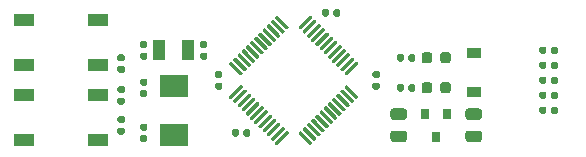
<source format=gbr>
%TF.GenerationSoftware,KiCad,Pcbnew,5.1.6+dfsg1-1*%
%TF.CreationDate,2020-08-25T14:06:05+08:00*%
%TF.ProjectId,gp,67702e6b-6963-4616-945f-706362585858,b*%
%TF.SameCoordinates,Original*%
%TF.FileFunction,Paste,Top*%
%TF.FilePolarity,Positive*%
%FSLAX46Y46*%
G04 Gerber Fmt 4.6, Leading zero omitted, Abs format (unit mm)*
G04 Created by KiCad (PCBNEW 5.1.6+dfsg1-1) date 2020-08-25 14:06:05*
%MOMM*%
%LPD*%
G01*
G04 APERTURE LIST*
%ADD10R,1.700000X1.000000*%
%ADD11R,0.800000X0.900000*%
%ADD12R,1.000000X1.800000*%
%ADD13R,2.400000X1.900000*%
%ADD14R,1.200000X0.900000*%
G04 APERTURE END LIST*
%TO.C,R9*%
G36*
G01*
X164292500Y-100370000D02*
X164637500Y-100370000D01*
G75*
G02*
X164785000Y-100517500I0J-147500D01*
G01*
X164785000Y-100812500D01*
G75*
G02*
X164637500Y-100960000I-147500J0D01*
G01*
X164292500Y-100960000D01*
G75*
G02*
X164145000Y-100812500I0J147500D01*
G01*
X164145000Y-100517500D01*
G75*
G02*
X164292500Y-100370000I147500J0D01*
G01*
G37*
G36*
G01*
X164292500Y-99400000D02*
X164637500Y-99400000D01*
G75*
G02*
X164785000Y-99547500I0J-147500D01*
G01*
X164785000Y-99842500D01*
G75*
G02*
X164637500Y-99990000I-147500J0D01*
G01*
X164292500Y-99990000D01*
G75*
G02*
X164145000Y-99842500I0J147500D01*
G01*
X164145000Y-99547500D01*
G75*
G02*
X164292500Y-99400000I147500J0D01*
G01*
G37*
%TD*%
%TO.C,R8*%
G36*
G01*
X188405000Y-99522500D02*
X188405000Y-99867500D01*
G75*
G02*
X188257500Y-100015000I-147500J0D01*
G01*
X187962500Y-100015000D01*
G75*
G02*
X187815000Y-99867500I0J147500D01*
G01*
X187815000Y-99522500D01*
G75*
G02*
X187962500Y-99375000I147500J0D01*
G01*
X188257500Y-99375000D01*
G75*
G02*
X188405000Y-99522500I0J-147500D01*
G01*
G37*
G36*
G01*
X189375000Y-99522500D02*
X189375000Y-99867500D01*
G75*
G02*
X189227500Y-100015000I-147500J0D01*
G01*
X188932500Y-100015000D01*
G75*
G02*
X188785000Y-99867500I0J147500D01*
G01*
X188785000Y-99522500D01*
G75*
G02*
X188932500Y-99375000I147500J0D01*
G01*
X189227500Y-99375000D01*
G75*
G02*
X189375000Y-99522500I0J-147500D01*
G01*
G37*
%TD*%
%TO.C,R3*%
G36*
G01*
X200850000Y-103042500D02*
X200850000Y-102697500D01*
G75*
G02*
X200997500Y-102550000I147500J0D01*
G01*
X201292500Y-102550000D01*
G75*
G02*
X201440000Y-102697500I0J-147500D01*
G01*
X201440000Y-103042500D01*
G75*
G02*
X201292500Y-103190000I-147500J0D01*
G01*
X200997500Y-103190000D01*
G75*
G02*
X200850000Y-103042500I0J147500D01*
G01*
G37*
G36*
G01*
X199880000Y-103042500D02*
X199880000Y-102697500D01*
G75*
G02*
X200027500Y-102550000I147500J0D01*
G01*
X200322500Y-102550000D01*
G75*
G02*
X200470000Y-102697500I0J-147500D01*
G01*
X200470000Y-103042500D01*
G75*
G02*
X200322500Y-103190000I-147500J0D01*
G01*
X200027500Y-103190000D01*
G75*
G02*
X199880000Y-103042500I0J147500D01*
G01*
G37*
%TD*%
%TO.C,R2*%
G36*
G01*
X200850000Y-101772500D02*
X200850000Y-101427500D01*
G75*
G02*
X200997500Y-101280000I147500J0D01*
G01*
X201292500Y-101280000D01*
G75*
G02*
X201440000Y-101427500I0J-147500D01*
G01*
X201440000Y-101772500D01*
G75*
G02*
X201292500Y-101920000I-147500J0D01*
G01*
X200997500Y-101920000D01*
G75*
G02*
X200850000Y-101772500I0J147500D01*
G01*
G37*
G36*
G01*
X199880000Y-101772500D02*
X199880000Y-101427500D01*
G75*
G02*
X200027500Y-101280000I147500J0D01*
G01*
X200322500Y-101280000D01*
G75*
G02*
X200470000Y-101427500I0J-147500D01*
G01*
X200470000Y-101772500D01*
G75*
G02*
X200322500Y-101920000I-147500J0D01*
G01*
X200027500Y-101920000D01*
G75*
G02*
X199880000Y-101772500I0J147500D01*
G01*
G37*
%TD*%
%TO.C,R1*%
G36*
G01*
X200850000Y-100502500D02*
X200850000Y-100157500D01*
G75*
G02*
X200997500Y-100010000I147500J0D01*
G01*
X201292500Y-100010000D01*
G75*
G02*
X201440000Y-100157500I0J-147500D01*
G01*
X201440000Y-100502500D01*
G75*
G02*
X201292500Y-100650000I-147500J0D01*
G01*
X200997500Y-100650000D01*
G75*
G02*
X200850000Y-100502500I0J147500D01*
G01*
G37*
G36*
G01*
X199880000Y-100502500D02*
X199880000Y-100157500D01*
G75*
G02*
X200027500Y-100010000I147500J0D01*
G01*
X200322500Y-100010000D01*
G75*
G02*
X200470000Y-100157500I0J-147500D01*
G01*
X200470000Y-100502500D01*
G75*
G02*
X200322500Y-100650000I-147500J0D01*
G01*
X200027500Y-100650000D01*
G75*
G02*
X199880000Y-100502500I0J147500D01*
G01*
G37*
%TD*%
D10*
%TO.C,SW1*%
X156235000Y-102875000D03*
X162535000Y-102875000D03*
X156235000Y-106675000D03*
X162535000Y-106675000D03*
%TD*%
%TO.C,SW2*%
X156235000Y-96525000D03*
X162535000Y-96525000D03*
X156235000Y-100325000D03*
X162535000Y-100325000D03*
%TD*%
D11*
%TO.C,U1*%
X191135000Y-106410000D03*
X190185000Y-104410000D03*
X192085000Y-104410000D03*
%TD*%
%TO.C,R5*%
G36*
G01*
X200850000Y-99232500D02*
X200850000Y-98887500D01*
G75*
G02*
X200997500Y-98740000I147500J0D01*
G01*
X201292500Y-98740000D01*
G75*
G02*
X201440000Y-98887500I0J-147500D01*
G01*
X201440000Y-99232500D01*
G75*
G02*
X201292500Y-99380000I-147500J0D01*
G01*
X200997500Y-99380000D01*
G75*
G02*
X200850000Y-99232500I0J147500D01*
G01*
G37*
G36*
G01*
X199880000Y-99232500D02*
X199880000Y-98887500D01*
G75*
G02*
X200027500Y-98740000I147500J0D01*
G01*
X200322500Y-98740000D01*
G75*
G02*
X200470000Y-98887500I0J-147500D01*
G01*
X200470000Y-99232500D01*
G75*
G02*
X200322500Y-99380000I-147500J0D01*
G01*
X200027500Y-99380000D01*
G75*
G02*
X199880000Y-99232500I0J147500D01*
G01*
G37*
%TD*%
%TO.C,U2*%
G36*
G01*
X174544516Y-101175736D02*
X173607600Y-100238820D01*
G75*
G02*
X173607600Y-100132754I53033J53033D01*
G01*
X173713666Y-100026688D01*
G75*
G02*
X173819732Y-100026688I53033J-53033D01*
G01*
X174756648Y-100963604D01*
G75*
G02*
X174756648Y-101069670I-53033J-53033D01*
G01*
X174650582Y-101175736D01*
G75*
G02*
X174544516Y-101175736I-53033J53033D01*
G01*
G37*
G36*
G01*
X174898070Y-100822182D02*
X173961154Y-99885266D01*
G75*
G02*
X173961154Y-99779200I53033J53033D01*
G01*
X174067220Y-99673134D01*
G75*
G02*
X174173286Y-99673134I53033J-53033D01*
G01*
X175110202Y-100610050D01*
G75*
G02*
X175110202Y-100716116I-53033J-53033D01*
G01*
X175004136Y-100822182D01*
G75*
G02*
X174898070Y-100822182I-53033J53033D01*
G01*
G37*
G36*
G01*
X175251623Y-100468629D02*
X174314707Y-99531713D01*
G75*
G02*
X174314707Y-99425647I53033J53033D01*
G01*
X174420773Y-99319581D01*
G75*
G02*
X174526839Y-99319581I53033J-53033D01*
G01*
X175463755Y-100256497D01*
G75*
G02*
X175463755Y-100362563I-53033J-53033D01*
G01*
X175357689Y-100468629D01*
G75*
G02*
X175251623Y-100468629I-53033J53033D01*
G01*
G37*
G36*
G01*
X175605177Y-100115075D02*
X174668261Y-99178159D01*
G75*
G02*
X174668261Y-99072093I53033J53033D01*
G01*
X174774327Y-98966027D01*
G75*
G02*
X174880393Y-98966027I53033J-53033D01*
G01*
X175817309Y-99902943D01*
G75*
G02*
X175817309Y-100009009I-53033J-53033D01*
G01*
X175711243Y-100115075D01*
G75*
G02*
X175605177Y-100115075I-53033J53033D01*
G01*
G37*
G36*
G01*
X175958730Y-99761522D02*
X175021814Y-98824606D01*
G75*
G02*
X175021814Y-98718540I53033J53033D01*
G01*
X175127880Y-98612474D01*
G75*
G02*
X175233946Y-98612474I53033J-53033D01*
G01*
X176170862Y-99549390D01*
G75*
G02*
X176170862Y-99655456I-53033J-53033D01*
G01*
X176064796Y-99761522D01*
G75*
G02*
X175958730Y-99761522I-53033J53033D01*
G01*
G37*
G36*
G01*
X176312283Y-99407969D02*
X175375367Y-98471053D01*
G75*
G02*
X175375367Y-98364987I53033J53033D01*
G01*
X175481433Y-98258921D01*
G75*
G02*
X175587499Y-98258921I53033J-53033D01*
G01*
X176524415Y-99195837D01*
G75*
G02*
X176524415Y-99301903I-53033J-53033D01*
G01*
X176418349Y-99407969D01*
G75*
G02*
X176312283Y-99407969I-53033J53033D01*
G01*
G37*
G36*
G01*
X176665837Y-99054415D02*
X175728921Y-98117499D01*
G75*
G02*
X175728921Y-98011433I53033J53033D01*
G01*
X175834987Y-97905367D01*
G75*
G02*
X175941053Y-97905367I53033J-53033D01*
G01*
X176877969Y-98842283D01*
G75*
G02*
X176877969Y-98948349I-53033J-53033D01*
G01*
X176771903Y-99054415D01*
G75*
G02*
X176665837Y-99054415I-53033J53033D01*
G01*
G37*
G36*
G01*
X177019390Y-98700862D02*
X176082474Y-97763946D01*
G75*
G02*
X176082474Y-97657880I53033J53033D01*
G01*
X176188540Y-97551814D01*
G75*
G02*
X176294606Y-97551814I53033J-53033D01*
G01*
X177231522Y-98488730D01*
G75*
G02*
X177231522Y-98594796I-53033J-53033D01*
G01*
X177125456Y-98700862D01*
G75*
G02*
X177019390Y-98700862I-53033J53033D01*
G01*
G37*
G36*
G01*
X177372943Y-98347309D02*
X176436027Y-97410393D01*
G75*
G02*
X176436027Y-97304327I53033J53033D01*
G01*
X176542093Y-97198261D01*
G75*
G02*
X176648159Y-97198261I53033J-53033D01*
G01*
X177585075Y-98135177D01*
G75*
G02*
X177585075Y-98241243I-53033J-53033D01*
G01*
X177479009Y-98347309D01*
G75*
G02*
X177372943Y-98347309I-53033J53033D01*
G01*
G37*
G36*
G01*
X177726497Y-97993755D02*
X176789581Y-97056839D01*
G75*
G02*
X176789581Y-96950773I53033J53033D01*
G01*
X176895647Y-96844707D01*
G75*
G02*
X177001713Y-96844707I53033J-53033D01*
G01*
X177938629Y-97781623D01*
G75*
G02*
X177938629Y-97887689I-53033J-53033D01*
G01*
X177832563Y-97993755D01*
G75*
G02*
X177726497Y-97993755I-53033J53033D01*
G01*
G37*
G36*
G01*
X178080050Y-97640202D02*
X177143134Y-96703286D01*
G75*
G02*
X177143134Y-96597220I53033J53033D01*
G01*
X177249200Y-96491154D01*
G75*
G02*
X177355266Y-96491154I53033J-53033D01*
G01*
X178292182Y-97428070D01*
G75*
G02*
X178292182Y-97534136I-53033J-53033D01*
G01*
X178186116Y-97640202D01*
G75*
G02*
X178080050Y-97640202I-53033J53033D01*
G01*
G37*
G36*
G01*
X178433604Y-97286648D02*
X177496688Y-96349732D01*
G75*
G02*
X177496688Y-96243666I53033J53033D01*
G01*
X177602754Y-96137600D01*
G75*
G02*
X177708820Y-96137600I53033J-53033D01*
G01*
X178645736Y-97074516D01*
G75*
G02*
X178645736Y-97180582I-53033J-53033D01*
G01*
X178539670Y-97286648D01*
G75*
G02*
X178433604Y-97286648I-53033J53033D01*
G01*
G37*
G36*
G01*
X179600330Y-97286648D02*
X179494264Y-97180582D01*
G75*
G02*
X179494264Y-97074516I53033J53033D01*
G01*
X180431180Y-96137600D01*
G75*
G02*
X180537246Y-96137600I53033J-53033D01*
G01*
X180643312Y-96243666D01*
G75*
G02*
X180643312Y-96349732I-53033J-53033D01*
G01*
X179706396Y-97286648D01*
G75*
G02*
X179600330Y-97286648I-53033J53033D01*
G01*
G37*
G36*
G01*
X179953884Y-97640202D02*
X179847818Y-97534136D01*
G75*
G02*
X179847818Y-97428070I53033J53033D01*
G01*
X180784734Y-96491154D01*
G75*
G02*
X180890800Y-96491154I53033J-53033D01*
G01*
X180996866Y-96597220D01*
G75*
G02*
X180996866Y-96703286I-53033J-53033D01*
G01*
X180059950Y-97640202D01*
G75*
G02*
X179953884Y-97640202I-53033J53033D01*
G01*
G37*
G36*
G01*
X180307437Y-97993755D02*
X180201371Y-97887689D01*
G75*
G02*
X180201371Y-97781623I53033J53033D01*
G01*
X181138287Y-96844707D01*
G75*
G02*
X181244353Y-96844707I53033J-53033D01*
G01*
X181350419Y-96950773D01*
G75*
G02*
X181350419Y-97056839I-53033J-53033D01*
G01*
X180413503Y-97993755D01*
G75*
G02*
X180307437Y-97993755I-53033J53033D01*
G01*
G37*
G36*
G01*
X180660991Y-98347309D02*
X180554925Y-98241243D01*
G75*
G02*
X180554925Y-98135177I53033J53033D01*
G01*
X181491841Y-97198261D01*
G75*
G02*
X181597907Y-97198261I53033J-53033D01*
G01*
X181703973Y-97304327D01*
G75*
G02*
X181703973Y-97410393I-53033J-53033D01*
G01*
X180767057Y-98347309D01*
G75*
G02*
X180660991Y-98347309I-53033J53033D01*
G01*
G37*
G36*
G01*
X181014544Y-98700862D02*
X180908478Y-98594796D01*
G75*
G02*
X180908478Y-98488730I53033J53033D01*
G01*
X181845394Y-97551814D01*
G75*
G02*
X181951460Y-97551814I53033J-53033D01*
G01*
X182057526Y-97657880D01*
G75*
G02*
X182057526Y-97763946I-53033J-53033D01*
G01*
X181120610Y-98700862D01*
G75*
G02*
X181014544Y-98700862I-53033J53033D01*
G01*
G37*
G36*
G01*
X181368097Y-99054415D02*
X181262031Y-98948349D01*
G75*
G02*
X181262031Y-98842283I53033J53033D01*
G01*
X182198947Y-97905367D01*
G75*
G02*
X182305013Y-97905367I53033J-53033D01*
G01*
X182411079Y-98011433D01*
G75*
G02*
X182411079Y-98117499I-53033J-53033D01*
G01*
X181474163Y-99054415D01*
G75*
G02*
X181368097Y-99054415I-53033J53033D01*
G01*
G37*
G36*
G01*
X181721651Y-99407969D02*
X181615585Y-99301903D01*
G75*
G02*
X181615585Y-99195837I53033J53033D01*
G01*
X182552501Y-98258921D01*
G75*
G02*
X182658567Y-98258921I53033J-53033D01*
G01*
X182764633Y-98364987D01*
G75*
G02*
X182764633Y-98471053I-53033J-53033D01*
G01*
X181827717Y-99407969D01*
G75*
G02*
X181721651Y-99407969I-53033J53033D01*
G01*
G37*
G36*
G01*
X182075204Y-99761522D02*
X181969138Y-99655456D01*
G75*
G02*
X181969138Y-99549390I53033J53033D01*
G01*
X182906054Y-98612474D01*
G75*
G02*
X183012120Y-98612474I53033J-53033D01*
G01*
X183118186Y-98718540D01*
G75*
G02*
X183118186Y-98824606I-53033J-53033D01*
G01*
X182181270Y-99761522D01*
G75*
G02*
X182075204Y-99761522I-53033J53033D01*
G01*
G37*
G36*
G01*
X182428757Y-100115075D02*
X182322691Y-100009009D01*
G75*
G02*
X182322691Y-99902943I53033J53033D01*
G01*
X183259607Y-98966027D01*
G75*
G02*
X183365673Y-98966027I53033J-53033D01*
G01*
X183471739Y-99072093D01*
G75*
G02*
X183471739Y-99178159I-53033J-53033D01*
G01*
X182534823Y-100115075D01*
G75*
G02*
X182428757Y-100115075I-53033J53033D01*
G01*
G37*
G36*
G01*
X182782311Y-100468629D02*
X182676245Y-100362563D01*
G75*
G02*
X182676245Y-100256497I53033J53033D01*
G01*
X183613161Y-99319581D01*
G75*
G02*
X183719227Y-99319581I53033J-53033D01*
G01*
X183825293Y-99425647D01*
G75*
G02*
X183825293Y-99531713I-53033J-53033D01*
G01*
X182888377Y-100468629D01*
G75*
G02*
X182782311Y-100468629I-53033J53033D01*
G01*
G37*
G36*
G01*
X183135864Y-100822182D02*
X183029798Y-100716116D01*
G75*
G02*
X183029798Y-100610050I53033J53033D01*
G01*
X183966714Y-99673134D01*
G75*
G02*
X184072780Y-99673134I53033J-53033D01*
G01*
X184178846Y-99779200D01*
G75*
G02*
X184178846Y-99885266I-53033J-53033D01*
G01*
X183241930Y-100822182D01*
G75*
G02*
X183135864Y-100822182I-53033J53033D01*
G01*
G37*
G36*
G01*
X183489418Y-101175736D02*
X183383352Y-101069670D01*
G75*
G02*
X183383352Y-100963604I53033J53033D01*
G01*
X184320268Y-100026688D01*
G75*
G02*
X184426334Y-100026688I53033J-53033D01*
G01*
X184532400Y-100132754D01*
G75*
G02*
X184532400Y-100238820I-53033J-53033D01*
G01*
X183595484Y-101175736D01*
G75*
G02*
X183489418Y-101175736I-53033J53033D01*
G01*
G37*
G36*
G01*
X184320268Y-103173312D02*
X183383352Y-102236396D01*
G75*
G02*
X183383352Y-102130330I53033J53033D01*
G01*
X183489418Y-102024264D01*
G75*
G02*
X183595484Y-102024264I53033J-53033D01*
G01*
X184532400Y-102961180D01*
G75*
G02*
X184532400Y-103067246I-53033J-53033D01*
G01*
X184426334Y-103173312D01*
G75*
G02*
X184320268Y-103173312I-53033J53033D01*
G01*
G37*
G36*
G01*
X183966714Y-103526866D02*
X183029798Y-102589950D01*
G75*
G02*
X183029798Y-102483884I53033J53033D01*
G01*
X183135864Y-102377818D01*
G75*
G02*
X183241930Y-102377818I53033J-53033D01*
G01*
X184178846Y-103314734D01*
G75*
G02*
X184178846Y-103420800I-53033J-53033D01*
G01*
X184072780Y-103526866D01*
G75*
G02*
X183966714Y-103526866I-53033J53033D01*
G01*
G37*
G36*
G01*
X183613161Y-103880419D02*
X182676245Y-102943503D01*
G75*
G02*
X182676245Y-102837437I53033J53033D01*
G01*
X182782311Y-102731371D01*
G75*
G02*
X182888377Y-102731371I53033J-53033D01*
G01*
X183825293Y-103668287D01*
G75*
G02*
X183825293Y-103774353I-53033J-53033D01*
G01*
X183719227Y-103880419D01*
G75*
G02*
X183613161Y-103880419I-53033J53033D01*
G01*
G37*
G36*
G01*
X183259607Y-104233973D02*
X182322691Y-103297057D01*
G75*
G02*
X182322691Y-103190991I53033J53033D01*
G01*
X182428757Y-103084925D01*
G75*
G02*
X182534823Y-103084925I53033J-53033D01*
G01*
X183471739Y-104021841D01*
G75*
G02*
X183471739Y-104127907I-53033J-53033D01*
G01*
X183365673Y-104233973D01*
G75*
G02*
X183259607Y-104233973I-53033J53033D01*
G01*
G37*
G36*
G01*
X182906054Y-104587526D02*
X181969138Y-103650610D01*
G75*
G02*
X181969138Y-103544544I53033J53033D01*
G01*
X182075204Y-103438478D01*
G75*
G02*
X182181270Y-103438478I53033J-53033D01*
G01*
X183118186Y-104375394D01*
G75*
G02*
X183118186Y-104481460I-53033J-53033D01*
G01*
X183012120Y-104587526D01*
G75*
G02*
X182906054Y-104587526I-53033J53033D01*
G01*
G37*
G36*
G01*
X182552501Y-104941079D02*
X181615585Y-104004163D01*
G75*
G02*
X181615585Y-103898097I53033J53033D01*
G01*
X181721651Y-103792031D01*
G75*
G02*
X181827717Y-103792031I53033J-53033D01*
G01*
X182764633Y-104728947D01*
G75*
G02*
X182764633Y-104835013I-53033J-53033D01*
G01*
X182658567Y-104941079D01*
G75*
G02*
X182552501Y-104941079I-53033J53033D01*
G01*
G37*
G36*
G01*
X182198947Y-105294633D02*
X181262031Y-104357717D01*
G75*
G02*
X181262031Y-104251651I53033J53033D01*
G01*
X181368097Y-104145585D01*
G75*
G02*
X181474163Y-104145585I53033J-53033D01*
G01*
X182411079Y-105082501D01*
G75*
G02*
X182411079Y-105188567I-53033J-53033D01*
G01*
X182305013Y-105294633D01*
G75*
G02*
X182198947Y-105294633I-53033J53033D01*
G01*
G37*
G36*
G01*
X181845394Y-105648186D02*
X180908478Y-104711270D01*
G75*
G02*
X180908478Y-104605204I53033J53033D01*
G01*
X181014544Y-104499138D01*
G75*
G02*
X181120610Y-104499138I53033J-53033D01*
G01*
X182057526Y-105436054D01*
G75*
G02*
X182057526Y-105542120I-53033J-53033D01*
G01*
X181951460Y-105648186D01*
G75*
G02*
X181845394Y-105648186I-53033J53033D01*
G01*
G37*
G36*
G01*
X181491841Y-106001739D02*
X180554925Y-105064823D01*
G75*
G02*
X180554925Y-104958757I53033J53033D01*
G01*
X180660991Y-104852691D01*
G75*
G02*
X180767057Y-104852691I53033J-53033D01*
G01*
X181703973Y-105789607D01*
G75*
G02*
X181703973Y-105895673I-53033J-53033D01*
G01*
X181597907Y-106001739D01*
G75*
G02*
X181491841Y-106001739I-53033J53033D01*
G01*
G37*
G36*
G01*
X181138287Y-106355293D02*
X180201371Y-105418377D01*
G75*
G02*
X180201371Y-105312311I53033J53033D01*
G01*
X180307437Y-105206245D01*
G75*
G02*
X180413503Y-105206245I53033J-53033D01*
G01*
X181350419Y-106143161D01*
G75*
G02*
X181350419Y-106249227I-53033J-53033D01*
G01*
X181244353Y-106355293D01*
G75*
G02*
X181138287Y-106355293I-53033J53033D01*
G01*
G37*
G36*
G01*
X180784734Y-106708846D02*
X179847818Y-105771930D01*
G75*
G02*
X179847818Y-105665864I53033J53033D01*
G01*
X179953884Y-105559798D01*
G75*
G02*
X180059950Y-105559798I53033J-53033D01*
G01*
X180996866Y-106496714D01*
G75*
G02*
X180996866Y-106602780I-53033J-53033D01*
G01*
X180890800Y-106708846D01*
G75*
G02*
X180784734Y-106708846I-53033J53033D01*
G01*
G37*
G36*
G01*
X180431180Y-107062400D02*
X179494264Y-106125484D01*
G75*
G02*
X179494264Y-106019418I53033J53033D01*
G01*
X179600330Y-105913352D01*
G75*
G02*
X179706396Y-105913352I53033J-53033D01*
G01*
X180643312Y-106850268D01*
G75*
G02*
X180643312Y-106956334I-53033J-53033D01*
G01*
X180537246Y-107062400D01*
G75*
G02*
X180431180Y-107062400I-53033J53033D01*
G01*
G37*
G36*
G01*
X177602754Y-107062400D02*
X177496688Y-106956334D01*
G75*
G02*
X177496688Y-106850268I53033J53033D01*
G01*
X178433604Y-105913352D01*
G75*
G02*
X178539670Y-105913352I53033J-53033D01*
G01*
X178645736Y-106019418D01*
G75*
G02*
X178645736Y-106125484I-53033J-53033D01*
G01*
X177708820Y-107062400D01*
G75*
G02*
X177602754Y-107062400I-53033J53033D01*
G01*
G37*
G36*
G01*
X177249200Y-106708846D02*
X177143134Y-106602780D01*
G75*
G02*
X177143134Y-106496714I53033J53033D01*
G01*
X178080050Y-105559798D01*
G75*
G02*
X178186116Y-105559798I53033J-53033D01*
G01*
X178292182Y-105665864D01*
G75*
G02*
X178292182Y-105771930I-53033J-53033D01*
G01*
X177355266Y-106708846D01*
G75*
G02*
X177249200Y-106708846I-53033J53033D01*
G01*
G37*
G36*
G01*
X176895647Y-106355293D02*
X176789581Y-106249227D01*
G75*
G02*
X176789581Y-106143161I53033J53033D01*
G01*
X177726497Y-105206245D01*
G75*
G02*
X177832563Y-105206245I53033J-53033D01*
G01*
X177938629Y-105312311D01*
G75*
G02*
X177938629Y-105418377I-53033J-53033D01*
G01*
X177001713Y-106355293D01*
G75*
G02*
X176895647Y-106355293I-53033J53033D01*
G01*
G37*
G36*
G01*
X176542093Y-106001739D02*
X176436027Y-105895673D01*
G75*
G02*
X176436027Y-105789607I53033J53033D01*
G01*
X177372943Y-104852691D01*
G75*
G02*
X177479009Y-104852691I53033J-53033D01*
G01*
X177585075Y-104958757D01*
G75*
G02*
X177585075Y-105064823I-53033J-53033D01*
G01*
X176648159Y-106001739D01*
G75*
G02*
X176542093Y-106001739I-53033J53033D01*
G01*
G37*
G36*
G01*
X176188540Y-105648186D02*
X176082474Y-105542120D01*
G75*
G02*
X176082474Y-105436054I53033J53033D01*
G01*
X177019390Y-104499138D01*
G75*
G02*
X177125456Y-104499138I53033J-53033D01*
G01*
X177231522Y-104605204D01*
G75*
G02*
X177231522Y-104711270I-53033J-53033D01*
G01*
X176294606Y-105648186D01*
G75*
G02*
X176188540Y-105648186I-53033J53033D01*
G01*
G37*
G36*
G01*
X175834987Y-105294633D02*
X175728921Y-105188567D01*
G75*
G02*
X175728921Y-105082501I53033J53033D01*
G01*
X176665837Y-104145585D01*
G75*
G02*
X176771903Y-104145585I53033J-53033D01*
G01*
X176877969Y-104251651D01*
G75*
G02*
X176877969Y-104357717I-53033J-53033D01*
G01*
X175941053Y-105294633D01*
G75*
G02*
X175834987Y-105294633I-53033J53033D01*
G01*
G37*
G36*
G01*
X175481433Y-104941079D02*
X175375367Y-104835013D01*
G75*
G02*
X175375367Y-104728947I53033J53033D01*
G01*
X176312283Y-103792031D01*
G75*
G02*
X176418349Y-103792031I53033J-53033D01*
G01*
X176524415Y-103898097D01*
G75*
G02*
X176524415Y-104004163I-53033J-53033D01*
G01*
X175587499Y-104941079D01*
G75*
G02*
X175481433Y-104941079I-53033J53033D01*
G01*
G37*
G36*
G01*
X175127880Y-104587526D02*
X175021814Y-104481460D01*
G75*
G02*
X175021814Y-104375394I53033J53033D01*
G01*
X175958730Y-103438478D01*
G75*
G02*
X176064796Y-103438478I53033J-53033D01*
G01*
X176170862Y-103544544D01*
G75*
G02*
X176170862Y-103650610I-53033J-53033D01*
G01*
X175233946Y-104587526D01*
G75*
G02*
X175127880Y-104587526I-53033J53033D01*
G01*
G37*
G36*
G01*
X174774327Y-104233973D02*
X174668261Y-104127907D01*
G75*
G02*
X174668261Y-104021841I53033J53033D01*
G01*
X175605177Y-103084925D01*
G75*
G02*
X175711243Y-103084925I53033J-53033D01*
G01*
X175817309Y-103190991D01*
G75*
G02*
X175817309Y-103297057I-53033J-53033D01*
G01*
X174880393Y-104233973D01*
G75*
G02*
X174774327Y-104233973I-53033J53033D01*
G01*
G37*
G36*
G01*
X174420773Y-103880419D02*
X174314707Y-103774353D01*
G75*
G02*
X174314707Y-103668287I53033J53033D01*
G01*
X175251623Y-102731371D01*
G75*
G02*
X175357689Y-102731371I53033J-53033D01*
G01*
X175463755Y-102837437D01*
G75*
G02*
X175463755Y-102943503I-53033J-53033D01*
G01*
X174526839Y-103880419D01*
G75*
G02*
X174420773Y-103880419I-53033J53033D01*
G01*
G37*
G36*
G01*
X174067220Y-103526866D02*
X173961154Y-103420800D01*
G75*
G02*
X173961154Y-103314734I53033J53033D01*
G01*
X174898070Y-102377818D01*
G75*
G02*
X175004136Y-102377818I53033J-53033D01*
G01*
X175110202Y-102483884D01*
G75*
G02*
X175110202Y-102589950I-53033J-53033D01*
G01*
X174173286Y-103526866D01*
G75*
G02*
X174067220Y-103526866I-53033J53033D01*
G01*
G37*
G36*
G01*
X173713666Y-103173312D02*
X173607600Y-103067246D01*
G75*
G02*
X173607600Y-102961180I53033J53033D01*
G01*
X174544516Y-102024264D01*
G75*
G02*
X174650582Y-102024264I53033J-53033D01*
G01*
X174756648Y-102130330D01*
G75*
G02*
X174756648Y-102236396I-53033J-53033D01*
G01*
X173819732Y-103173312D01*
G75*
G02*
X173713666Y-103173312I-53033J53033D01*
G01*
G37*
%TD*%
%TO.C,C12*%
G36*
G01*
X166542500Y-98870000D02*
X166197500Y-98870000D01*
G75*
G02*
X166050000Y-98722500I0J147500D01*
G01*
X166050000Y-98427500D01*
G75*
G02*
X166197500Y-98280000I147500J0D01*
G01*
X166542500Y-98280000D01*
G75*
G02*
X166690000Y-98427500I0J-147500D01*
G01*
X166690000Y-98722500D01*
G75*
G02*
X166542500Y-98870000I-147500J0D01*
G01*
G37*
G36*
G01*
X166542500Y-99840000D02*
X166197500Y-99840000D01*
G75*
G02*
X166050000Y-99692500I0J147500D01*
G01*
X166050000Y-99397500D01*
G75*
G02*
X166197500Y-99250000I147500J0D01*
G01*
X166542500Y-99250000D01*
G75*
G02*
X166690000Y-99397500I0J-147500D01*
G01*
X166690000Y-99692500D01*
G75*
G02*
X166542500Y-99840000I-147500J0D01*
G01*
G37*
%TD*%
%TO.C,C11*%
G36*
G01*
X171622500Y-98870000D02*
X171277500Y-98870000D01*
G75*
G02*
X171130000Y-98722500I0J147500D01*
G01*
X171130000Y-98427500D01*
G75*
G02*
X171277500Y-98280000I147500J0D01*
G01*
X171622500Y-98280000D01*
G75*
G02*
X171770000Y-98427500I0J-147500D01*
G01*
X171770000Y-98722500D01*
G75*
G02*
X171622500Y-98870000I-147500J0D01*
G01*
G37*
G36*
G01*
X171622500Y-99840000D02*
X171277500Y-99840000D01*
G75*
G02*
X171130000Y-99692500I0J147500D01*
G01*
X171130000Y-99397500D01*
G75*
G02*
X171277500Y-99250000I147500J0D01*
G01*
X171622500Y-99250000D01*
G75*
G02*
X171770000Y-99397500I0J-147500D01*
G01*
X171770000Y-99692500D01*
G75*
G02*
X171622500Y-99840000I-147500J0D01*
G01*
G37*
%TD*%
D12*
%TO.C,Y2*%
X167660000Y-99060000D03*
X170160000Y-99060000D03*
%TD*%
D13*
%TO.C,Y1*%
X168910000Y-106190000D03*
X168910000Y-102090000D03*
%TD*%
%TO.C,C7*%
G36*
G01*
X166542500Y-105855000D02*
X166197500Y-105855000D01*
G75*
G02*
X166050000Y-105707500I0J147500D01*
G01*
X166050000Y-105412500D01*
G75*
G02*
X166197500Y-105265000I147500J0D01*
G01*
X166542500Y-105265000D01*
G75*
G02*
X166690000Y-105412500I0J-147500D01*
G01*
X166690000Y-105707500D01*
G75*
G02*
X166542500Y-105855000I-147500J0D01*
G01*
G37*
G36*
G01*
X166542500Y-106825000D02*
X166197500Y-106825000D01*
G75*
G02*
X166050000Y-106677500I0J147500D01*
G01*
X166050000Y-106382500D01*
G75*
G02*
X166197500Y-106235000I147500J0D01*
G01*
X166542500Y-106235000D01*
G75*
G02*
X166690000Y-106382500I0J-147500D01*
G01*
X166690000Y-106677500D01*
G75*
G02*
X166542500Y-106825000I-147500J0D01*
G01*
G37*
%TD*%
%TO.C,C5*%
G36*
G01*
X166197500Y-102425000D02*
X166542500Y-102425000D01*
G75*
G02*
X166690000Y-102572500I0J-147500D01*
G01*
X166690000Y-102867500D01*
G75*
G02*
X166542500Y-103015000I-147500J0D01*
G01*
X166197500Y-103015000D01*
G75*
G02*
X166050000Y-102867500I0J147500D01*
G01*
X166050000Y-102572500D01*
G75*
G02*
X166197500Y-102425000I147500J0D01*
G01*
G37*
G36*
G01*
X166197500Y-101455000D02*
X166542500Y-101455000D01*
G75*
G02*
X166690000Y-101602500I0J-147500D01*
G01*
X166690000Y-101897500D01*
G75*
G02*
X166542500Y-102045000I-147500J0D01*
G01*
X166197500Y-102045000D01*
G75*
G02*
X166050000Y-101897500I0J147500D01*
G01*
X166050000Y-101602500D01*
G75*
G02*
X166197500Y-101455000I147500J0D01*
G01*
G37*
%TD*%
%TO.C,R4*%
G36*
G01*
X200850000Y-104312500D02*
X200850000Y-103967500D01*
G75*
G02*
X200997500Y-103820000I147500J0D01*
G01*
X201292500Y-103820000D01*
G75*
G02*
X201440000Y-103967500I0J-147500D01*
G01*
X201440000Y-104312500D01*
G75*
G02*
X201292500Y-104460000I-147500J0D01*
G01*
X200997500Y-104460000D01*
G75*
G02*
X200850000Y-104312500I0J147500D01*
G01*
G37*
G36*
G01*
X199880000Y-104312500D02*
X199880000Y-103967500D01*
G75*
G02*
X200027500Y-103820000I147500J0D01*
G01*
X200322500Y-103820000D01*
G75*
G02*
X200470000Y-103967500I0J-147500D01*
G01*
X200470000Y-104312500D01*
G75*
G02*
X200322500Y-104460000I-147500J0D01*
G01*
X200027500Y-104460000D01*
G75*
G02*
X199880000Y-104312500I0J147500D01*
G01*
G37*
%TD*%
%TO.C,R7*%
G36*
G01*
X188405000Y-102062500D02*
X188405000Y-102407500D01*
G75*
G02*
X188257500Y-102555000I-147500J0D01*
G01*
X187962500Y-102555000D01*
G75*
G02*
X187815000Y-102407500I0J147500D01*
G01*
X187815000Y-102062500D01*
G75*
G02*
X187962500Y-101915000I147500J0D01*
G01*
X188257500Y-101915000D01*
G75*
G02*
X188405000Y-102062500I0J-147500D01*
G01*
G37*
G36*
G01*
X189375000Y-102062500D02*
X189375000Y-102407500D01*
G75*
G02*
X189227500Y-102555000I-147500J0D01*
G01*
X188932500Y-102555000D01*
G75*
G02*
X188785000Y-102407500I0J147500D01*
G01*
X188785000Y-102062500D01*
G75*
G02*
X188932500Y-101915000I147500J0D01*
G01*
X189227500Y-101915000D01*
G75*
G02*
X189375000Y-102062500I0J-147500D01*
G01*
G37*
%TD*%
%TO.C,R6*%
G36*
G01*
X164292500Y-103060000D02*
X164637500Y-103060000D01*
G75*
G02*
X164785000Y-103207500I0J-147500D01*
G01*
X164785000Y-103502500D01*
G75*
G02*
X164637500Y-103650000I-147500J0D01*
G01*
X164292500Y-103650000D01*
G75*
G02*
X164145000Y-103502500I0J147500D01*
G01*
X164145000Y-103207500D01*
G75*
G02*
X164292500Y-103060000I147500J0D01*
G01*
G37*
G36*
G01*
X164292500Y-102090000D02*
X164637500Y-102090000D01*
G75*
G02*
X164785000Y-102237500I0J-147500D01*
G01*
X164785000Y-102532500D01*
G75*
G02*
X164637500Y-102680000I-147500J0D01*
G01*
X164292500Y-102680000D01*
G75*
G02*
X164145000Y-102532500I0J147500D01*
G01*
X164145000Y-102237500D01*
G75*
G02*
X164292500Y-102090000I147500J0D01*
G01*
G37*
%TD*%
%TO.C,D3*%
G36*
G01*
X191485000Y-102491250D02*
X191485000Y-101978750D01*
G75*
G02*
X191703750Y-101760000I218750J0D01*
G01*
X192141250Y-101760000D01*
G75*
G02*
X192360000Y-101978750I0J-218750D01*
G01*
X192360000Y-102491250D01*
G75*
G02*
X192141250Y-102710000I-218750J0D01*
G01*
X191703750Y-102710000D01*
G75*
G02*
X191485000Y-102491250I0J218750D01*
G01*
G37*
G36*
G01*
X189910000Y-102491250D02*
X189910000Y-101978750D01*
G75*
G02*
X190128750Y-101760000I218750J0D01*
G01*
X190566250Y-101760000D01*
G75*
G02*
X190785000Y-101978750I0J-218750D01*
G01*
X190785000Y-102491250D01*
G75*
G02*
X190566250Y-102710000I-218750J0D01*
G01*
X190128750Y-102710000D01*
G75*
G02*
X189910000Y-102491250I0J218750D01*
G01*
G37*
%TD*%
%TO.C,D2*%
G36*
G01*
X191485000Y-99951250D02*
X191485000Y-99438750D01*
G75*
G02*
X191703750Y-99220000I218750J0D01*
G01*
X192141250Y-99220000D01*
G75*
G02*
X192360000Y-99438750I0J-218750D01*
G01*
X192360000Y-99951250D01*
G75*
G02*
X192141250Y-100170000I-218750J0D01*
G01*
X191703750Y-100170000D01*
G75*
G02*
X191485000Y-99951250I0J218750D01*
G01*
G37*
G36*
G01*
X189910000Y-99951250D02*
X189910000Y-99438750D01*
G75*
G02*
X190128750Y-99220000I218750J0D01*
G01*
X190566250Y-99220000D01*
G75*
G02*
X190785000Y-99438750I0J-218750D01*
G01*
X190785000Y-99951250D01*
G75*
G02*
X190566250Y-100170000I-218750J0D01*
G01*
X190128750Y-100170000D01*
G75*
G02*
X189910000Y-99951250I0J218750D01*
G01*
G37*
%TD*%
%TO.C,C3*%
G36*
G01*
X164292500Y-105600000D02*
X164637500Y-105600000D01*
G75*
G02*
X164785000Y-105747500I0J-147500D01*
G01*
X164785000Y-106042500D01*
G75*
G02*
X164637500Y-106190000I-147500J0D01*
G01*
X164292500Y-106190000D01*
G75*
G02*
X164145000Y-106042500I0J147500D01*
G01*
X164145000Y-105747500D01*
G75*
G02*
X164292500Y-105600000I147500J0D01*
G01*
G37*
G36*
G01*
X164292500Y-104630000D02*
X164637500Y-104630000D01*
G75*
G02*
X164785000Y-104777500I0J-147500D01*
G01*
X164785000Y-105072500D01*
G75*
G02*
X164637500Y-105220000I-147500J0D01*
G01*
X164292500Y-105220000D01*
G75*
G02*
X164145000Y-105072500I0J147500D01*
G01*
X164145000Y-104777500D01*
G75*
G02*
X164292500Y-104630000I147500J0D01*
G01*
G37*
%TD*%
D14*
%TO.C,D1*%
X194310000Y-99315000D03*
X194310000Y-102615000D03*
%TD*%
%TO.C,C10*%
G36*
G01*
X172892500Y-101410000D02*
X172547500Y-101410000D01*
G75*
G02*
X172400000Y-101262500I0J147500D01*
G01*
X172400000Y-100967500D01*
G75*
G02*
X172547500Y-100820000I147500J0D01*
G01*
X172892500Y-100820000D01*
G75*
G02*
X173040000Y-100967500I0J-147500D01*
G01*
X173040000Y-101262500D01*
G75*
G02*
X172892500Y-101410000I-147500J0D01*
G01*
G37*
G36*
G01*
X172892500Y-102380000D02*
X172547500Y-102380000D01*
G75*
G02*
X172400000Y-102232500I0J147500D01*
G01*
X172400000Y-101937500D01*
G75*
G02*
X172547500Y-101790000I147500J0D01*
G01*
X172892500Y-101790000D01*
G75*
G02*
X173040000Y-101937500I0J-147500D01*
G01*
X173040000Y-102232500D01*
G75*
G02*
X172892500Y-102380000I-147500J0D01*
G01*
G37*
%TD*%
%TO.C,C9*%
G36*
G01*
X174435000Y-105872500D02*
X174435000Y-106217500D01*
G75*
G02*
X174287500Y-106365000I-147500J0D01*
G01*
X173992500Y-106365000D01*
G75*
G02*
X173845000Y-106217500I0J147500D01*
G01*
X173845000Y-105872500D01*
G75*
G02*
X173992500Y-105725000I147500J0D01*
G01*
X174287500Y-105725000D01*
G75*
G02*
X174435000Y-105872500I0J-147500D01*
G01*
G37*
G36*
G01*
X175405000Y-105872500D02*
X175405000Y-106217500D01*
G75*
G02*
X175257500Y-106365000I-147500J0D01*
G01*
X174962500Y-106365000D01*
G75*
G02*
X174815000Y-106217500I0J147500D01*
G01*
X174815000Y-105872500D01*
G75*
G02*
X174962500Y-105725000I147500J0D01*
G01*
X175257500Y-105725000D01*
G75*
G02*
X175405000Y-105872500I0J-147500D01*
G01*
G37*
%TD*%
%TO.C,C8*%
G36*
G01*
X182435000Y-96057500D02*
X182435000Y-95712500D01*
G75*
G02*
X182582500Y-95565000I147500J0D01*
G01*
X182877500Y-95565000D01*
G75*
G02*
X183025000Y-95712500I0J-147500D01*
G01*
X183025000Y-96057500D01*
G75*
G02*
X182877500Y-96205000I-147500J0D01*
G01*
X182582500Y-96205000D01*
G75*
G02*
X182435000Y-96057500I0J147500D01*
G01*
G37*
G36*
G01*
X181465000Y-96057500D02*
X181465000Y-95712500D01*
G75*
G02*
X181612500Y-95565000I147500J0D01*
G01*
X181907500Y-95565000D01*
G75*
G02*
X182055000Y-95712500I0J-147500D01*
G01*
X182055000Y-96057500D01*
G75*
G02*
X181907500Y-96205000I-147500J0D01*
G01*
X181612500Y-96205000D01*
G75*
G02*
X181465000Y-96057500I0J147500D01*
G01*
G37*
%TD*%
%TO.C,C6*%
G36*
G01*
X186227500Y-101410000D02*
X185882500Y-101410000D01*
G75*
G02*
X185735000Y-101262500I0J147500D01*
G01*
X185735000Y-100967500D01*
G75*
G02*
X185882500Y-100820000I147500J0D01*
G01*
X186227500Y-100820000D01*
G75*
G02*
X186375000Y-100967500I0J-147500D01*
G01*
X186375000Y-101262500D01*
G75*
G02*
X186227500Y-101410000I-147500J0D01*
G01*
G37*
G36*
G01*
X186227500Y-102380000D02*
X185882500Y-102380000D01*
G75*
G02*
X185735000Y-102232500I0J147500D01*
G01*
X185735000Y-101937500D01*
G75*
G02*
X185882500Y-101790000I147500J0D01*
G01*
X186227500Y-101790000D01*
G75*
G02*
X186375000Y-101937500I0J-147500D01*
G01*
X186375000Y-102232500D01*
G75*
G02*
X186227500Y-102380000I-147500J0D01*
G01*
G37*
%TD*%
%TO.C,C2*%
G36*
G01*
X187503750Y-105860000D02*
X188416250Y-105860000D01*
G75*
G02*
X188660000Y-106103750I0J-243750D01*
G01*
X188660000Y-106591250D01*
G75*
G02*
X188416250Y-106835000I-243750J0D01*
G01*
X187503750Y-106835000D01*
G75*
G02*
X187260000Y-106591250I0J243750D01*
G01*
X187260000Y-106103750D01*
G75*
G02*
X187503750Y-105860000I243750J0D01*
G01*
G37*
G36*
G01*
X187503750Y-103985000D02*
X188416250Y-103985000D01*
G75*
G02*
X188660000Y-104228750I0J-243750D01*
G01*
X188660000Y-104716250D01*
G75*
G02*
X188416250Y-104960000I-243750J0D01*
G01*
X187503750Y-104960000D01*
G75*
G02*
X187260000Y-104716250I0J243750D01*
G01*
X187260000Y-104228750D01*
G75*
G02*
X187503750Y-103985000I243750J0D01*
G01*
G37*
%TD*%
%TO.C,C1*%
G36*
G01*
X194766250Y-104960000D02*
X193853750Y-104960000D01*
G75*
G02*
X193610000Y-104716250I0J243750D01*
G01*
X193610000Y-104228750D01*
G75*
G02*
X193853750Y-103985000I243750J0D01*
G01*
X194766250Y-103985000D01*
G75*
G02*
X195010000Y-104228750I0J-243750D01*
G01*
X195010000Y-104716250D01*
G75*
G02*
X194766250Y-104960000I-243750J0D01*
G01*
G37*
G36*
G01*
X194766250Y-106835000D02*
X193853750Y-106835000D01*
G75*
G02*
X193610000Y-106591250I0J243750D01*
G01*
X193610000Y-106103750D01*
G75*
G02*
X193853750Y-105860000I243750J0D01*
G01*
X194766250Y-105860000D01*
G75*
G02*
X195010000Y-106103750I0J-243750D01*
G01*
X195010000Y-106591250D01*
G75*
G02*
X194766250Y-106835000I-243750J0D01*
G01*
G37*
%TD*%
M02*

</source>
